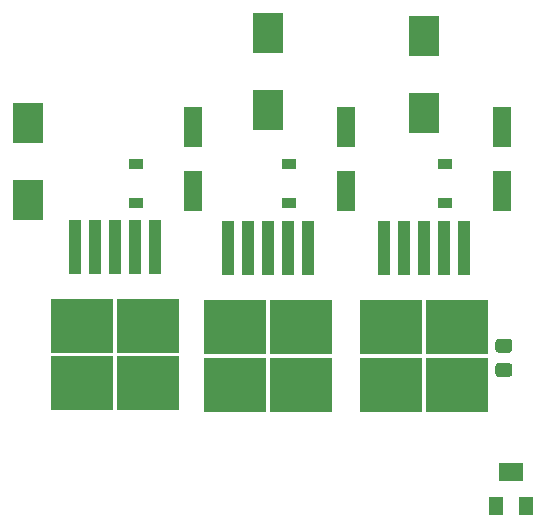
<source format=gbr>
G04 #@! TF.GenerationSoftware,KiCad,Pcbnew,5.0.1*
G04 #@! TF.CreationDate,2019-02-21T21:27:47-06:00*
G04 #@! TF.ProjectId,PowerRDP,506F7765725244502E6B696361645F70,2*
G04 #@! TF.SameCoordinates,Original*
G04 #@! TF.FileFunction,Paste,Top*
G04 #@! TF.FilePolarity,Positive*
%FSLAX46Y46*%
G04 Gerber Fmt 4.6, Leading zero omitted, Abs format (unit mm)*
G04 Created by KiCad (PCBNEW 5.0.1) date Thu 21 Feb 2019 09:27:47 PM CST*
%MOMM*%
%LPD*%
G01*
G04 APERTURE LIST*
%ADD10R,1.300000X1.600000*%
%ADD11R,2.000000X1.600000*%
%ADD12R,5.250000X4.550000*%
%ADD13R,1.100000X4.600000*%
%ADD14R,1.200000X0.900000*%
%ADD15R,1.600000X3.500000*%
%ADD16R,2.500000X3.500000*%
%ADD17C,0.100000*%
%ADD18C,1.150000*%
G04 APERTURE END LIST*
D10*
G04 #@! TO.C,RV1*
X141264000Y-88392000D03*
D11*
X142514000Y-85492000D03*
D10*
X143764000Y-88392000D03*
G04 #@! TD*
D12*
G04 #@! TO.C,U2*
X106210000Y-73152000D03*
X111760000Y-78002000D03*
X111760000Y-73152000D03*
X106210000Y-78002000D03*
D13*
X105585000Y-66427000D03*
X107285000Y-66427000D03*
X108985000Y-66427000D03*
X110685000Y-66427000D03*
X112385000Y-66427000D03*
G04 #@! TD*
G04 #@! TO.C,U3*
X125320000Y-66542000D03*
X123620000Y-66542000D03*
X121920000Y-66542000D03*
X120220000Y-66542000D03*
X118520000Y-66542000D03*
D12*
X119145000Y-78117000D03*
X124695000Y-73267000D03*
X124695000Y-78117000D03*
X119145000Y-73267000D03*
G04 #@! TD*
D13*
G04 #@! TO.C,U4*
X138528000Y-66542000D03*
X136828000Y-66542000D03*
X135128000Y-66542000D03*
X133428000Y-66542000D03*
X131728000Y-66542000D03*
D12*
X132353000Y-78117000D03*
X137903000Y-73267000D03*
X137903000Y-78117000D03*
X132353000Y-73267000D03*
G04 #@! TD*
D14*
G04 #@! TO.C,D1*
X110744000Y-62738000D03*
X110744000Y-59438000D03*
G04 #@! TD*
G04 #@! TO.C,D2*
X123698000Y-59436000D03*
X123698000Y-62736000D03*
G04 #@! TD*
G04 #@! TO.C,D3*
X136906000Y-62738000D03*
X136906000Y-59438000D03*
G04 #@! TD*
D15*
G04 #@! TO.C,C3*
X115570000Y-61722000D03*
X115570000Y-56322000D03*
G04 #@! TD*
G04 #@! TO.C,C4*
X128524000Y-56322000D03*
X128524000Y-61722000D03*
G04 #@! TD*
G04 #@! TO.C,C5*
X141732000Y-56322000D03*
X141732000Y-61722000D03*
G04 #@! TD*
D16*
G04 #@! TO.C,C6*
X101600000Y-62484000D03*
X101600000Y-55984000D03*
G04 #@! TD*
G04 #@! TO.C,C7*
X121920000Y-48364000D03*
X121920000Y-54864000D03*
G04 #@! TD*
G04 #@! TO.C,C8*
X135128000Y-55118000D03*
X135128000Y-48618000D03*
G04 #@! TD*
D17*
G04 #@! TO.C,R7*
G36*
X142374505Y-74251204D02*
X142398773Y-74254804D01*
X142422572Y-74260765D01*
X142445671Y-74269030D01*
X142467850Y-74279520D01*
X142488893Y-74292132D01*
X142508599Y-74306747D01*
X142526777Y-74323223D01*
X142543253Y-74341401D01*
X142557868Y-74361107D01*
X142570480Y-74382150D01*
X142580970Y-74404329D01*
X142589235Y-74427428D01*
X142595196Y-74451227D01*
X142598796Y-74475495D01*
X142600000Y-74499999D01*
X142600000Y-75150001D01*
X142598796Y-75174505D01*
X142595196Y-75198773D01*
X142589235Y-75222572D01*
X142580970Y-75245671D01*
X142570480Y-75267850D01*
X142557868Y-75288893D01*
X142543253Y-75308599D01*
X142526777Y-75326777D01*
X142508599Y-75343253D01*
X142488893Y-75357868D01*
X142467850Y-75370480D01*
X142445671Y-75380970D01*
X142422572Y-75389235D01*
X142398773Y-75395196D01*
X142374505Y-75398796D01*
X142350001Y-75400000D01*
X141449999Y-75400000D01*
X141425495Y-75398796D01*
X141401227Y-75395196D01*
X141377428Y-75389235D01*
X141354329Y-75380970D01*
X141332150Y-75370480D01*
X141311107Y-75357868D01*
X141291401Y-75343253D01*
X141273223Y-75326777D01*
X141256747Y-75308599D01*
X141242132Y-75288893D01*
X141229520Y-75267850D01*
X141219030Y-75245671D01*
X141210765Y-75222572D01*
X141204804Y-75198773D01*
X141201204Y-75174505D01*
X141200000Y-75150001D01*
X141200000Y-74499999D01*
X141201204Y-74475495D01*
X141204804Y-74451227D01*
X141210765Y-74427428D01*
X141219030Y-74404329D01*
X141229520Y-74382150D01*
X141242132Y-74361107D01*
X141256747Y-74341401D01*
X141273223Y-74323223D01*
X141291401Y-74306747D01*
X141311107Y-74292132D01*
X141332150Y-74279520D01*
X141354329Y-74269030D01*
X141377428Y-74260765D01*
X141401227Y-74254804D01*
X141425495Y-74251204D01*
X141449999Y-74250000D01*
X142350001Y-74250000D01*
X142374505Y-74251204D01*
X142374505Y-74251204D01*
G37*
D18*
X141900000Y-74825000D03*
D17*
G36*
X142374505Y-76301204D02*
X142398773Y-76304804D01*
X142422572Y-76310765D01*
X142445671Y-76319030D01*
X142467850Y-76329520D01*
X142488893Y-76342132D01*
X142508599Y-76356747D01*
X142526777Y-76373223D01*
X142543253Y-76391401D01*
X142557868Y-76411107D01*
X142570480Y-76432150D01*
X142580970Y-76454329D01*
X142589235Y-76477428D01*
X142595196Y-76501227D01*
X142598796Y-76525495D01*
X142600000Y-76549999D01*
X142600000Y-77200001D01*
X142598796Y-77224505D01*
X142595196Y-77248773D01*
X142589235Y-77272572D01*
X142580970Y-77295671D01*
X142570480Y-77317850D01*
X142557868Y-77338893D01*
X142543253Y-77358599D01*
X142526777Y-77376777D01*
X142508599Y-77393253D01*
X142488893Y-77407868D01*
X142467850Y-77420480D01*
X142445671Y-77430970D01*
X142422572Y-77439235D01*
X142398773Y-77445196D01*
X142374505Y-77448796D01*
X142350001Y-77450000D01*
X141449999Y-77450000D01*
X141425495Y-77448796D01*
X141401227Y-77445196D01*
X141377428Y-77439235D01*
X141354329Y-77430970D01*
X141332150Y-77420480D01*
X141311107Y-77407868D01*
X141291401Y-77393253D01*
X141273223Y-77376777D01*
X141256747Y-77358599D01*
X141242132Y-77338893D01*
X141229520Y-77317850D01*
X141219030Y-77295671D01*
X141210765Y-77272572D01*
X141204804Y-77248773D01*
X141201204Y-77224505D01*
X141200000Y-77200001D01*
X141200000Y-76549999D01*
X141201204Y-76525495D01*
X141204804Y-76501227D01*
X141210765Y-76477428D01*
X141219030Y-76454329D01*
X141229520Y-76432150D01*
X141242132Y-76411107D01*
X141256747Y-76391401D01*
X141273223Y-76373223D01*
X141291401Y-76356747D01*
X141311107Y-76342132D01*
X141332150Y-76329520D01*
X141354329Y-76319030D01*
X141377428Y-76310765D01*
X141401227Y-76304804D01*
X141425495Y-76301204D01*
X141449999Y-76300000D01*
X142350001Y-76300000D01*
X142374505Y-76301204D01*
X142374505Y-76301204D01*
G37*
D18*
X141900000Y-76875000D03*
G04 #@! TD*
M02*

</source>
